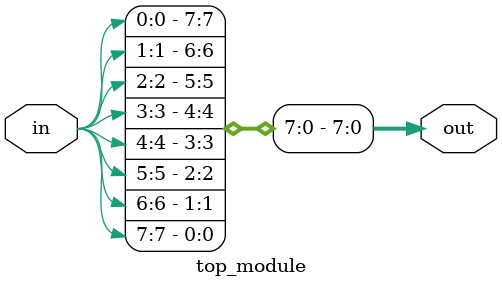
<source format=v>
module top_module (
    input [7:0] in,
    output [31:0] out );
    
assign {out[0],
        out[1],
        out[2],
        out[3],
        out[4],
        out[5],
        out[6],
        out[7]
       } = in;

endmodule

</source>
